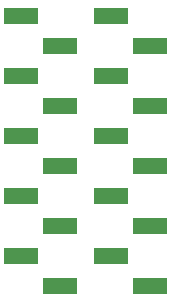
<source format=gbs>
G04 #@! TF.FileFunction,Soldermask,Bot*
%FSLAX46Y46*%
G04 Gerber Fmt 4.6, Leading zero omitted, Abs format (unit mm)*
G04 Created by KiCad (PCBNEW 4.0.7-e2-6376~58~ubuntu16.04.1) date Sat Jan 13 09:44:16 2018*
%MOMM*%
%LPD*%
G01*
G04 APERTURE LIST*
%ADD10C,0.100000*%
%ADD11R,2.910000X1.400000*%
G04 APERTURE END LIST*
D10*
D11*
X146185000Y-96139000D03*
X146185000Y-101219000D03*
X146185000Y-106299000D03*
X146185000Y-111379000D03*
X146185000Y-116459000D03*
X142875000Y-93599000D03*
X142875000Y-98679000D03*
X142875000Y-103759000D03*
X142875000Y-108839000D03*
X142875000Y-113919000D03*
X153797000Y-96139000D03*
X153797000Y-101219000D03*
X153797000Y-106299000D03*
X153797000Y-111379000D03*
X153797000Y-116459000D03*
X150487000Y-93599000D03*
X150487000Y-98679000D03*
X150487000Y-103759000D03*
X150487000Y-108839000D03*
X150487000Y-113919000D03*
M02*

</source>
